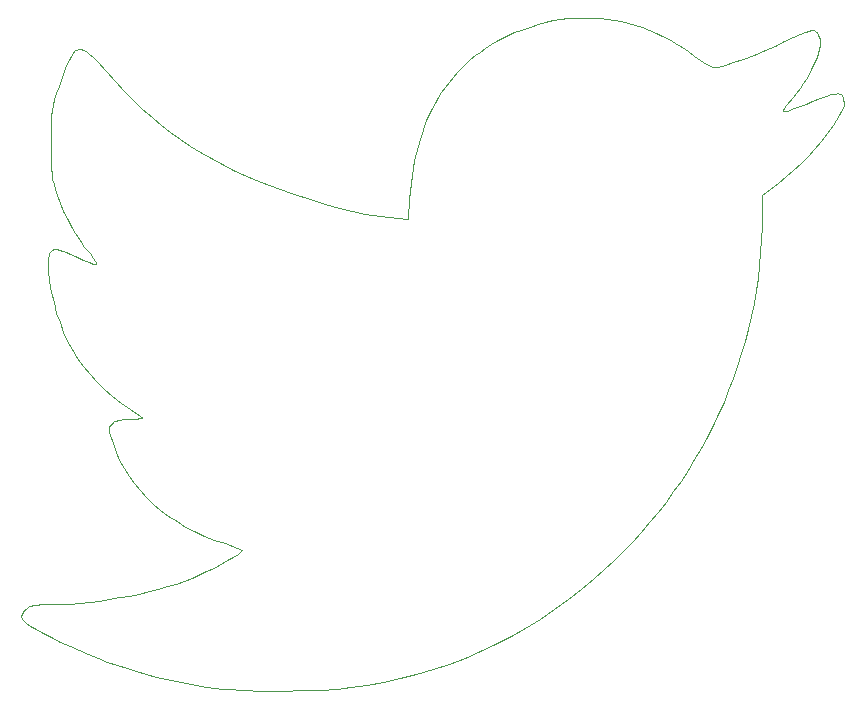
<source format=gbr>
G04 #@! TF.GenerationSoftware,KiCad,Pcbnew,(5.1.2)-1*
G04 #@! TF.CreationDate,2019-07-16T22:45:59-05:00*
G04 #@! TF.ProjectId,1ktwitter,316b7477-6974-4746-9572-2e6b69636164,rev?*
G04 #@! TF.SameCoordinates,Original*
G04 #@! TF.FileFunction,Profile,NP*
%FSLAX46Y46*%
G04 Gerber Fmt 4.6, Leading zero omitted, Abs format (unit mm)*
G04 Created by KiCad (PCBNEW (5.1.2)-1) date 2019-07-16 22:45:59*
%MOMM*%
%LPD*%
G04 APERTURE LIST*
%ADD10C,0.100000*%
G04 APERTURE END LIST*
D10*
X32920418Y18101104D02*
X32882296Y18183863D01*
X32882296Y18183863D02*
X32832733Y18253436D01*
X32832733Y18253436D02*
X32770706Y18309661D01*
X32770706Y18309661D02*
X32695191Y18352375D01*
X32695191Y18352375D02*
X32605166Y18381416D01*
X32605166Y18381416D02*
X32499606Y18396621D01*
X32499606Y18396621D02*
X32237793Y18384870D01*
X32237793Y18384870D02*
X31901565Y18315820D01*
X31901565Y18315820D02*
X31482738Y18188168D01*
X31482738Y18188168D02*
X30973126Y18000614D01*
X30973126Y18000614D02*
X30364543Y17751854D01*
X30364543Y17751854D02*
X29837251Y17527433D01*
X29837251Y17527433D02*
X29304098Y17317613D01*
X29304098Y17317613D02*
X28765386Y17122506D01*
X28765386Y17122506D02*
X28221418Y16942229D01*
X28221418Y16942229D02*
X28049552Y16909921D01*
X28049552Y16909921D02*
X27933932Y16904030D01*
X27933932Y16904030D02*
X27898666Y16914595D01*
X27898666Y16914595D02*
X27879206Y16936090D01*
X27879206Y16936090D02*
X27876133Y16969956D01*
X27876133Y16969956D02*
X27890027Y17017635D01*
X27890027Y17017635D02*
X27971046Y17160200D01*
X27971046Y17160200D02*
X28126912Y17375319D01*
X28126912Y17375319D02*
X28681793Y18069354D01*
X28681793Y18069354D02*
X28991553Y18464459D01*
X28991553Y18464459D02*
X29283152Y18862339D01*
X29283152Y18862339D02*
X29555542Y19260560D01*
X29555542Y19260560D02*
X29807678Y19656689D01*
X29807678Y19656689D02*
X30038513Y20048290D01*
X30038513Y20048290D02*
X30247000Y20432931D01*
X30247000Y20432931D02*
X30432093Y20808177D01*
X30432093Y20808177D02*
X30592746Y21171594D01*
X30592746Y21171594D02*
X30727912Y21520748D01*
X30727912Y21520748D02*
X30836545Y21853206D01*
X30836545Y21853206D02*
X30917598Y22166533D01*
X30917598Y22166533D02*
X30970025Y22458296D01*
X30970025Y22458296D02*
X30992780Y22726060D01*
X30992780Y22726060D02*
X30984815Y22967391D01*
X30984815Y22967391D02*
X30945085Y23179856D01*
X30945085Y23179856D02*
X30872543Y23361021D01*
X30872543Y23361021D02*
X30740541Y23559396D01*
X30740541Y23559396D02*
X30665625Y23632609D01*
X30665625Y23632609D02*
X30581501Y23687947D01*
X30581501Y23687947D02*
X30485719Y23724991D01*
X30485719Y23724991D02*
X30375829Y23743323D01*
X30375829Y23743323D02*
X30249382Y23742525D01*
X30249382Y23742525D02*
X30103928Y23722177D01*
X30103928Y23722177D02*
X29746203Y23621160D01*
X29746203Y23621160D02*
X29283058Y23436923D01*
X29283058Y23436923D02*
X28694898Y23166118D01*
X28694898Y23166118D02*
X27962126Y22805396D01*
X27962126Y22805396D02*
X27180809Y22437139D01*
X27180809Y22437139D02*
X26310382Y22059023D01*
X26310382Y22059023D02*
X25400143Y21689464D01*
X25400143Y21689464D02*
X24499392Y21346880D01*
X24499392Y21346880D02*
X23657428Y21049689D01*
X23657428Y21049689D02*
X22923550Y20816308D01*
X22923550Y20816308D02*
X22347058Y20665155D01*
X22347058Y20665155D02*
X22133238Y20626169D01*
X22133238Y20626169D02*
X21977251Y20614646D01*
X21977251Y20614646D02*
X21881629Y20634800D01*
X21881629Y20634800D02*
X21742103Y20692533D01*
X21742103Y20692533D02*
X21358126Y20904365D01*
X21358126Y20904365D02*
X20878899Y21217400D01*
X20878899Y21217400D02*
X20358001Y21598896D01*
X20358001Y21598896D02*
X19830611Y21983725D01*
X19830611Y21983725D02*
X19296267Y22344401D01*
X19296267Y22344401D02*
X18755087Y22680830D01*
X18755087Y22680830D02*
X18207187Y22992919D01*
X18207187Y22992919D02*
X17652682Y23280576D01*
X17652682Y23280576D02*
X17091689Y23543707D01*
X17091689Y23543707D02*
X16524324Y23782220D01*
X16524324Y23782220D02*
X15950704Y23996021D01*
X15950704Y23996021D02*
X15370945Y24185017D01*
X15370945Y24185017D02*
X14785163Y24349116D01*
X14785163Y24349116D02*
X14193474Y24488223D01*
X14193474Y24488223D02*
X13595995Y24602247D01*
X13595995Y24602247D02*
X12992842Y24691095D01*
X12992842Y24691095D02*
X12384131Y24754672D01*
X12384131Y24754672D02*
X11769979Y24792887D01*
X11769979Y24792887D02*
X11150501Y24805646D01*
X11150501Y24805646D02*
X10348038Y24795817D01*
X10348038Y24795817D02*
X9636175Y24762734D01*
X9636175Y24762734D02*
X8986447Y24701001D01*
X8986447Y24701001D02*
X8370392Y24605224D01*
X8370392Y24605224D02*
X7759545Y24470008D01*
X7759545Y24470008D02*
X7125444Y24289957D01*
X7125444Y24289957D02*
X6439626Y24059676D01*
X6439626Y24059676D02*
X5673626Y23773771D01*
X5673626Y23773771D02*
X5133101Y23555574D01*
X5133101Y23555574D02*
X4608855Y23323125D01*
X4608855Y23323125D02*
X4100843Y23076371D01*
X4100843Y23076371D02*
X3609018Y22815261D01*
X3609018Y22815261D02*
X3133336Y22539743D01*
X3133336Y22539743D02*
X2673751Y22249765D01*
X2673751Y22249765D02*
X2230217Y21945276D01*
X2230217Y21945276D02*
X1802689Y21626223D01*
X1802689Y21626223D02*
X1391122Y21292554D01*
X1391122Y21292554D02*
X995469Y20944218D01*
X995469Y20944218D02*
X615685Y20581163D01*
X615685Y20581163D02*
X251725Y20203338D01*
X251725Y20203338D02*
X-96458Y19810689D01*
X-96458Y19810689D02*
X-428907Y19403166D01*
X-428907Y19403166D02*
X-745669Y18980717D01*
X-745669Y18980717D02*
X-1046791Y18543289D01*
X-1046791Y18543289D02*
X-1332316Y18090831D01*
X-1332316Y18090831D02*
X-1602290Y17623292D01*
X-1602290Y17623292D02*
X-1856760Y17140618D01*
X-1856760Y17140618D02*
X-2095770Y16642759D01*
X-2095770Y16642759D02*
X-2319367Y16129663D01*
X-2319367Y16129663D02*
X-2527596Y15601277D01*
X-2527596Y15601277D02*
X-2720501Y15057550D01*
X-2720501Y15057550D02*
X-2898130Y14498430D01*
X-2898130Y14498430D02*
X-3060527Y13923865D01*
X-3060527Y13923865D02*
X-3207738Y13333804D01*
X-3207738Y13333804D02*
X-3339808Y12728194D01*
X-3339808Y12728194D02*
X-3456783Y12106984D01*
X-3456783Y12106984D02*
X-3558709Y11470122D01*
X-3558709Y11470122D02*
X-3645631Y10817556D01*
X-3645631Y10817556D02*
X-3717594Y10149234D01*
X-3717594Y10149234D02*
X-3774645Y9465104D01*
X-3774645Y9465104D02*
X-3901645Y7750604D01*
X-3901645Y7750604D02*
X-4727145Y7845854D01*
X-4727145Y7845854D02*
X-6223333Y8028484D01*
X-6223333Y8028484D02*
X-7494604Y8211516D01*
X-7494604Y8211516D02*
X-8635278Y8419168D01*
X-8635278Y8419168D02*
X-9739676Y8675654D01*
X-9739676Y8675654D02*
X-10902117Y9005189D01*
X-10902117Y9005189D02*
X-12216920Y9431990D01*
X-12216920Y9431990D02*
X-13778406Y9980272D01*
X-13778406Y9980272D02*
X-15680895Y10674250D01*
X-15680895Y10674250D02*
X-16723551Y11079444D01*
X-16723551Y11079444D02*
X-17730806Y11502427D01*
X-17730806Y11502427D02*
X-18705024Y11944928D01*
X-18705024Y11944928D02*
X-19648570Y12408677D01*
X-19648570Y12408677D02*
X-20563807Y12895400D01*
X-20563807Y12895400D02*
X-21453100Y13406827D01*
X-21453100Y13406827D02*
X-22318814Y13944687D01*
X-22318814Y13944687D02*
X-23163311Y14510708D01*
X-23163311Y14510708D02*
X-23988957Y15106619D01*
X-23988957Y15106619D02*
X-24798116Y15734148D01*
X-24798116Y15734148D02*
X-25593151Y16395023D01*
X-25593151Y16395023D02*
X-26376428Y17090975D01*
X-26376428Y17090975D02*
X-27150309Y17823730D01*
X-27150309Y17823730D02*
X-27917161Y18595017D01*
X-27917161Y18595017D02*
X-28679345Y19406566D01*
X-28679345Y19406566D02*
X-29439228Y20260104D01*
X-29439228Y20260104D02*
X-30241329Y21155615D01*
X-30241329Y21155615D02*
X-30580972Y21500424D01*
X-30580972Y21500424D02*
X-30885672Y21774678D01*
X-30885672Y21774678D02*
X-31159924Y21976937D01*
X-31159924Y21976937D02*
X-31408224Y22105759D01*
X-31408224Y22105759D02*
X-31524047Y22142180D01*
X-31524047Y22142180D02*
X-31635068Y22159701D01*
X-31635068Y22159701D02*
X-31741849Y22158142D01*
X-31741849Y22158142D02*
X-31844952Y22137323D01*
X-31844952Y22137323D02*
X-31944939Y22097063D01*
X-31944939Y22097063D02*
X-32042371Y22037182D01*
X-32042371Y22037182D02*
X-32137812Y21957499D01*
X-32137812Y21957499D02*
X-32231822Y21857836D01*
X-32231822Y21857836D02*
X-32417801Y21597844D01*
X-32417801Y21597844D02*
X-32604802Y21255764D01*
X-32604802Y21255764D02*
X-32797323Y20830154D01*
X-32797323Y20830154D02*
X-32999858Y20319573D01*
X-32999858Y20319573D02*
X-33452957Y19037729D01*
X-33452957Y19037729D02*
X-33659363Y18424154D01*
X-33659363Y18424154D02*
X-33818330Y17909364D01*
X-33818330Y17909364D02*
X-33935997Y17446291D01*
X-33935997Y17446291D02*
X-34018504Y16987870D01*
X-34018504Y16987870D02*
X-34071989Y16487032D01*
X-34071989Y16487032D02*
X-34102592Y15896711D01*
X-34102592Y15896711D02*
X-34119707Y14259354D01*
X-34119707Y14259354D02*
X-34113673Y12648703D01*
X-34113673Y12648703D02*
X-34090409Y12064139D01*
X-34090409Y12064139D02*
X-34047610Y11573833D01*
X-34047610Y11573833D02*
X-33980750Y11138098D01*
X-33980750Y11138098D02*
X-33885303Y10717245D01*
X-33885303Y10717245D02*
X-33756742Y10271588D01*
X-33756742Y10271588D02*
X-33590540Y9761438D01*
X-33590540Y9761438D02*
X-33346850Y9098475D01*
X-33346850Y9098475D02*
X-33073214Y8448530D01*
X-33073214Y8448530D02*
X-32770186Y7812583D01*
X-32770186Y7812583D02*
X-32438321Y7191618D01*
X-32438321Y7191618D02*
X-32078173Y6586617D01*
X-32078173Y6586617D02*
X-31690298Y5998564D01*
X-31690298Y5998564D02*
X-31275249Y5428440D01*
X-31275249Y5428440D02*
X-30833582Y4877229D01*
X-30833582Y4877229D02*
X-30529322Y4494555D01*
X-30529322Y4494555D02*
X-30346170Y4214944D01*
X-30346170Y4214944D02*
X-30301580Y4113438D01*
X-30301580Y4113438D02*
X-30289150Y4037280D01*
X-30289150Y4037280D02*
X-30309509Y3986330D01*
X-30309509Y3986330D02*
X-30363285Y3960448D01*
X-30363285Y3960448D02*
X-30451105Y3959494D01*
X-30451105Y3959494D02*
X-30573598Y3983330D01*
X-30573598Y3983330D02*
X-30925111Y4104811D01*
X-30925111Y4104811D02*
X-31422848Y4323774D01*
X-31422848Y4323774D02*
X-32071832Y4639104D01*
X-32071832Y4639104D02*
X-32459200Y4826953D01*
X-32459200Y4826953D02*
X-32806640Y4978804D01*
X-32806640Y4978804D02*
X-33115524Y5093262D01*
X-33115524Y5093262D02*
X-33387225Y5168932D01*
X-33387225Y5168932D02*
X-33623113Y5204418D01*
X-33623113Y5204418D02*
X-33824562Y5198326D01*
X-33824562Y5198326D02*
X-33992943Y5149259D01*
X-33992943Y5149259D02*
X-34129629Y5055823D01*
X-34129629Y5055823D02*
X-34235991Y4916622D01*
X-34235991Y4916622D02*
X-34313401Y4730261D01*
X-34313401Y4730261D02*
X-34363231Y4495345D01*
X-34363231Y4495345D02*
X-34386853Y4210479D01*
X-34386853Y4210479D02*
X-34385640Y3874267D01*
X-34385640Y3874267D02*
X-34360964Y3485314D01*
X-34360964Y3485314D02*
X-34246707Y2543604D01*
X-34246707Y2543604D02*
X-34088390Y1607553D01*
X-34088390Y1607553D02*
X-33892486Y709173D01*
X-33892486Y709173D02*
X-33657871Y-153301D01*
X-33657871Y-153301D02*
X-33383421Y-981638D01*
X-33383421Y-981638D02*
X-33068013Y-1777605D01*
X-33068013Y-1777605D02*
X-32710522Y-2542969D01*
X-32710522Y-2542969D02*
X-32309824Y-3279498D01*
X-32309824Y-3279498D02*
X-31864795Y-3988959D01*
X-31864795Y-3988959D02*
X-31374313Y-4673118D01*
X-31374313Y-4673118D02*
X-30837251Y-5333745D01*
X-30837251Y-5333745D02*
X-30252487Y-5972605D01*
X-30252487Y-5972605D02*
X-29618896Y-6591466D01*
X-29618896Y-6591466D02*
X-28935355Y-7192096D01*
X-28935355Y-7192096D02*
X-28200740Y-7776262D01*
X-28200740Y-7776262D02*
X-27413926Y-8345731D01*
X-27413926Y-8345731D02*
X-26573790Y-8902271D01*
X-26573790Y-8902271D02*
X-26481672Y-8971807D01*
X-26481672Y-8971807D02*
X-26435132Y-9026956D01*
X-26435132Y-9026956D02*
X-26439566Y-9069703D01*
X-26439566Y-9069703D02*
X-26500368Y-9102031D01*
X-26500368Y-9102031D02*
X-26622934Y-9125927D01*
X-26622934Y-9125927D02*
X-26812659Y-9143372D01*
X-26812659Y-9143372D02*
X-27415165Y-9166854D01*
X-27415165Y-9166854D02*
X-28015438Y-9186450D01*
X-28015438Y-9186450D02*
X-28247858Y-9212898D01*
X-28247858Y-9212898D02*
X-28443071Y-9252182D01*
X-28443071Y-9252182D02*
X-28607030Y-9305605D01*
X-28607030Y-9305605D02*
X-28745688Y-9374469D01*
X-28745688Y-9374469D02*
X-28864999Y-9460076D01*
X-28864999Y-9460076D02*
X-28970915Y-9563729D01*
X-28970915Y-9563729D02*
X-29080149Y-9690047D01*
X-29080149Y-9690047D02*
X-29157198Y-9806319D01*
X-29157198Y-9806319D02*
X-29201134Y-9929288D01*
X-29201134Y-9929288D02*
X-29211025Y-10075698D01*
X-29211025Y-10075698D02*
X-29185942Y-10262291D01*
X-29185942Y-10262291D02*
X-29124954Y-10505811D01*
X-29124954Y-10505811D02*
X-28891545Y-11230604D01*
X-28891545Y-11230604D02*
X-28623259Y-11952453D01*
X-28623259Y-11952453D02*
X-28307209Y-12652915D01*
X-28307209Y-12652915D02*
X-27944370Y-13331069D01*
X-27944370Y-13331069D02*
X-27535721Y-13985991D01*
X-27535721Y-13985991D02*
X-27082237Y-14616760D01*
X-27082237Y-14616760D02*
X-26584895Y-15222453D01*
X-26584895Y-15222453D02*
X-26044672Y-15802148D01*
X-26044672Y-15802148D02*
X-25462545Y-16354922D01*
X-25462545Y-16354922D02*
X-24839490Y-16879852D01*
X-24839490Y-16879852D02*
X-24176484Y-17376017D01*
X-24176484Y-17376017D02*
X-23474504Y-17842494D01*
X-23474504Y-17842494D02*
X-22734525Y-18278360D01*
X-22734525Y-18278360D02*
X-21957526Y-18682693D01*
X-21957526Y-18682693D02*
X-21144483Y-19054571D01*
X-21144483Y-19054571D02*
X-20296372Y-19393071D01*
X-20296372Y-19393071D02*
X-19414170Y-19697271D01*
X-19414170Y-19697271D02*
X-18394201Y-20058427D01*
X-18394201Y-20058427D02*
X-18083647Y-20189892D01*
X-18083647Y-20189892D02*
X-17999063Y-20236835D01*
X-17999063Y-20236835D02*
X-17969545Y-20268771D01*
X-17969545Y-20268771D02*
X-17992063Y-20315215D01*
X-17992063Y-20315215D02*
X-18057416Y-20381860D01*
X-18057416Y-20381860D02*
X-18303416Y-20568246D01*
X-18303416Y-20568246D02*
X-18681129Y-20812924D01*
X-18681129Y-20812924D02*
X-19164139Y-21100885D01*
X-19164139Y-21100885D02*
X-20340377Y-21746634D01*
X-20340377Y-21746634D02*
X-20980772Y-22074407D01*
X-20980772Y-22074407D02*
X-21620795Y-22385437D01*
X-21620795Y-22385437D02*
X-22201819Y-22635441D01*
X-22201819Y-22635441D02*
X-22839243Y-22878585D01*
X-22839243Y-22878585D02*
X-23526586Y-23113590D01*
X-23526586Y-23113590D02*
X-24257368Y-23339177D01*
X-24257368Y-23339177D02*
X-25025109Y-23554067D01*
X-25025109Y-23554067D02*
X-25823329Y-23756981D01*
X-25823329Y-23756981D02*
X-26645548Y-23946640D01*
X-26645548Y-23946640D02*
X-27485285Y-24121765D01*
X-27485285Y-24121765D02*
X-28336060Y-24281077D01*
X-28336060Y-24281077D02*
X-29191392Y-24423297D01*
X-29191392Y-24423297D02*
X-30044803Y-24547146D01*
X-30044803Y-24547146D02*
X-30889811Y-24651345D01*
X-30889811Y-24651345D02*
X-31719936Y-24734615D01*
X-31719936Y-24734615D02*
X-32528698Y-24795677D01*
X-32528698Y-24795677D02*
X-33309617Y-24833253D01*
X-33309617Y-24833253D02*
X-34056212Y-24846062D01*
X-34056212Y-24846062D02*
X-34986884Y-24861193D01*
X-34986884Y-24861193D02*
X-35321995Y-24883734D01*
X-35321995Y-24883734D02*
X-35588149Y-24919484D01*
X-35588149Y-24919484D02*
X-35798741Y-24970861D01*
X-35798741Y-24970861D02*
X-35967165Y-25040283D01*
X-35967165Y-25040283D02*
X-36106815Y-25130169D01*
X-36106815Y-25130169D02*
X-36231087Y-25242937D01*
X-36231087Y-25242937D02*
X-36357675Y-25369995D01*
X-36357675Y-25369995D02*
X-36466817Y-25511427D01*
X-36466817Y-25511427D02*
X-36557313Y-25665458D01*
X-36557313Y-25665458D02*
X-36627962Y-25830312D01*
X-36627962Y-25830312D02*
X-36616339Y-25918931D01*
X-36616339Y-25918931D02*
X-36581112Y-26012409D01*
X-36581112Y-26012409D02*
X-36521748Y-26111144D01*
X-36521748Y-26111144D02*
X-36437710Y-26215529D01*
X-36437710Y-26215529D02*
X-36193477Y-26442833D01*
X-36193477Y-26442833D02*
X-35844134Y-26697484D01*
X-35844134Y-26697484D02*
X-35385402Y-26982644D01*
X-35385402Y-26982644D02*
X-34813003Y-27301477D01*
X-34813003Y-27301477D02*
X-34122658Y-27657145D01*
X-34122658Y-27657145D02*
X-33310087Y-28052810D01*
X-33310087Y-28052810D02*
X-32526477Y-28414182D01*
X-32526477Y-28414182D02*
X-31736635Y-28760358D01*
X-31736635Y-28760358D02*
X-30940785Y-29091271D01*
X-30940785Y-29091271D02*
X-30139149Y-29406856D01*
X-30139149Y-29406856D02*
X-29331952Y-29707044D01*
X-29331952Y-29707044D02*
X-28519418Y-29991771D01*
X-28519418Y-29991771D02*
X-27701769Y-30260968D01*
X-27701769Y-30260968D02*
X-26879230Y-30514570D01*
X-26879230Y-30514570D02*
X-26052025Y-30752509D01*
X-26052025Y-30752509D02*
X-25220377Y-30974719D01*
X-25220377Y-30974719D02*
X-24384509Y-31181134D01*
X-24384509Y-31181134D02*
X-23544646Y-31371686D01*
X-23544646Y-31371686D02*
X-22701011Y-31546310D01*
X-22701011Y-31546310D02*
X-21853828Y-31704937D01*
X-21853828Y-31704937D02*
X-21003321Y-31847503D01*
X-21003321Y-31847503D02*
X-20149712Y-31973940D01*
X-20149712Y-31973940D02*
X-19680055Y-32023627D01*
X-19680055Y-32023627D02*
X-19118984Y-32065593D01*
X-19118984Y-32065593D02*
X-17773671Y-32126736D01*
X-17773671Y-32126736D02*
X-16215906Y-32158112D01*
X-16215906Y-32158112D02*
X-14547821Y-32160466D01*
X-14547821Y-32160466D02*
X-12871552Y-32134542D01*
X-12871552Y-32134542D02*
X-11289230Y-32081084D01*
X-11289230Y-32081084D02*
X-9902989Y-32000835D01*
X-9902989Y-32000835D02*
X-9315315Y-31950897D01*
X-9315315Y-31950897D02*
X-8814962Y-31894540D01*
X-8814962Y-31894540D02*
X-7382042Y-31687846D01*
X-7382042Y-31687846D02*
X-5961330Y-31428477D01*
X-5961330Y-31428477D02*
X-4554185Y-31117042D01*
X-4554185Y-31117042D02*
X-3161965Y-30754150D01*
X-3161965Y-30754150D02*
X-1786029Y-30340411D01*
X-1786029Y-30340411D02*
X-427734Y-29876434D01*
X-427734Y-29876434D02*
X911560Y-29362829D01*
X911560Y-29362829D02*
X2230495Y-28800205D01*
X2230495Y-28800205D02*
X3527713Y-28189172D01*
X3527713Y-28189172D02*
X4801855Y-27530338D01*
X4801855Y-27530338D02*
X6051562Y-26824314D01*
X6051562Y-26824314D02*
X7275477Y-26071709D01*
X7275477Y-26071709D02*
X8472240Y-25273133D01*
X8472240Y-25273133D02*
X9640494Y-24429194D01*
X9640494Y-24429194D02*
X10778879Y-23540502D01*
X10778879Y-23540502D02*
X11886038Y-22607667D01*
X11886038Y-22607667D02*
X12722578Y-21872898D01*
X12722578Y-21872898D02*
X13536312Y-21117691D01*
X13536312Y-21117691D02*
X14326989Y-20342594D01*
X14326989Y-20342594D02*
X15094356Y-19548156D01*
X15094356Y-19548156D02*
X15838161Y-18734926D01*
X15838161Y-18734926D02*
X16558153Y-17903451D01*
X16558153Y-17903451D02*
X17254079Y-17054280D01*
X17254079Y-17054280D02*
X17925689Y-16187962D01*
X17925689Y-16187962D02*
X18572729Y-15305044D01*
X18572729Y-15305044D02*
X19194948Y-14406076D01*
X19194948Y-14406076D02*
X19792094Y-13491606D01*
X19792094Y-13491606D02*
X20363915Y-12562181D01*
X20363915Y-12562181D02*
X20910160Y-11618351D01*
X20910160Y-11618351D02*
X21430575Y-10660664D01*
X21430575Y-10660664D02*
X21924910Y-9689668D01*
X21924910Y-9689668D02*
X22392913Y-8705911D01*
X22392913Y-8705911D02*
X22834331Y-7709942D01*
X22834331Y-7709942D02*
X23248912Y-6702310D01*
X23248912Y-6702310D02*
X23636406Y-5683563D01*
X23636406Y-5683563D02*
X23996559Y-4654248D01*
X23996559Y-4654248D02*
X24329120Y-3614916D01*
X24329120Y-3614916D02*
X24633837Y-2566113D01*
X24633837Y-2566113D02*
X24910458Y-1508388D01*
X24910458Y-1508388D02*
X25158731Y-442290D01*
X25158731Y-442290D02*
X25378404Y631632D01*
X25378404Y631632D02*
X25569226Y1712832D01*
X25569226Y1712832D02*
X25730944Y2800759D01*
X25730944Y2800759D02*
X25863306Y3894866D01*
X25863306Y3894866D02*
X25966061Y4994605D01*
X25966061Y4994605D02*
X26038957Y6099426D01*
X26038957Y6099426D02*
X26081742Y7208782D01*
X26081742Y7208782D02*
X26094163Y8322124D01*
X26094163Y8322124D02*
X26094163Y9830249D01*
X26094163Y9830249D02*
X27459413Y10846249D01*
X27459413Y10846249D02*
X28115711Y11371856D01*
X28115711Y11371856D02*
X28750238Y11922082D01*
X28750238Y11922082D02*
X29362332Y12496227D01*
X29362332Y12496227D02*
X29951332Y13093596D01*
X29951332Y13093596D02*
X30516576Y13713491D01*
X30516576Y13713491D02*
X31057403Y14355213D01*
X31057403Y14355213D02*
X31573153Y15018066D01*
X31573153Y15018066D02*
X32063163Y15701353D01*
X32063163Y15701353D02*
X32383236Y16171159D01*
X32383236Y16171159D02*
X32632431Y16564101D01*
X32632431Y16564101D02*
X32815768Y16894350D01*
X32815768Y16894350D02*
X32938272Y17176074D01*
X32938272Y17176074D02*
X33004966Y17423444D01*
X33004966Y17423444D02*
X33020872Y17650630D01*
X33020872Y17650630D02*
X32991013Y17871799D01*
X32991013Y17871799D02*
X32920413Y18101124D01*
X32920413Y18101124D02*
X32920418Y18101104D01*
X32920418Y18101104D02*
X32920418Y18101104D01*
M02*

</source>
